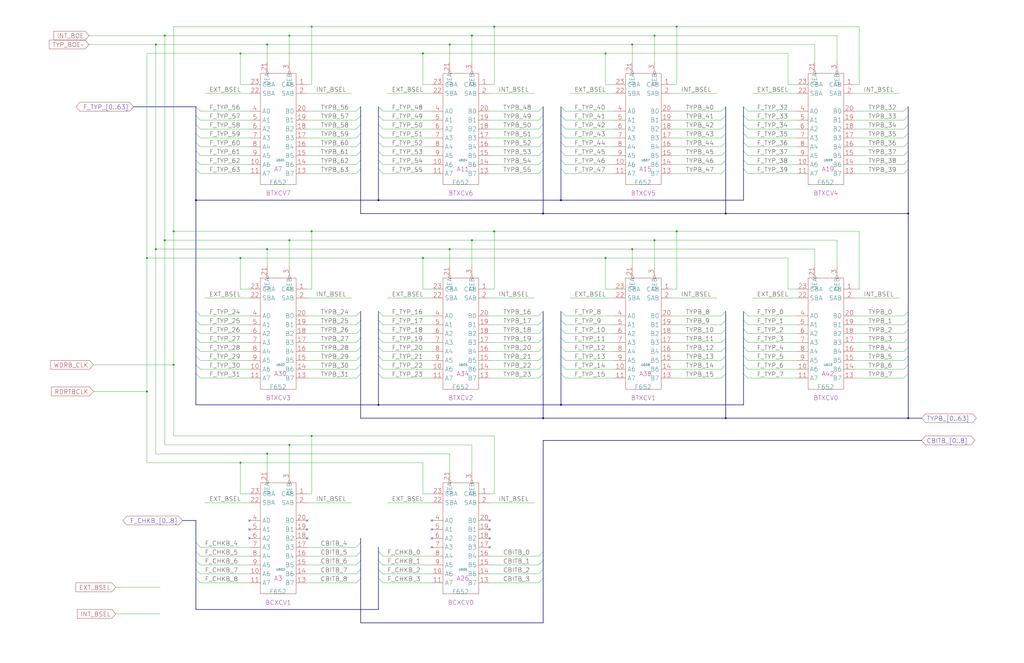
<source format=kicad_sch>
(kicad_sch (version 20250114) (generator "eeschema") (generator_version "9.0")
  (paper "User" 584.2 378.46)
  (title_block (title "BXCVR\\nTYPE AND CHECKBITS") (date "08-MAR-90") (rev "0.0") (comment 1 "MEM32 BOARD") (comment 2 "232-003066") (comment 3 "S400") (comment 4 "RELEASED"))
  (junction (at 360.68 25.4))
  (junction (at 83.82 223.52))
  (junction (at 345.44 30.48))
  (junction (at 256.54 142.24))
  (junction (at 518.16 121.92))
  (junction (at 373.38 20.32))
  (junction (at 152.4 142.24))
  (junction (at 137.16 30.48))
  (junction (at 241.3 30.48))
  (junction (at 256.54 25.4))
  (junction (at 320.04 114.3))
  (junction (at 269.24 20.32))
  (junction (at 165.1 254))
  (junction (at 137.16 264.16))
  (junction (at 177.8 132.08))
  (junction (at 165.1 137.16))
  (junction (at 152.4 259.08))
  (junction (at 373.38 137.16))
  (junction (at 320.04 231.14))
  (junction (at 93.98 137.16))
  (junction (at 345.44 147.32))
  (junction (at 99.06 132.08))
  (junction (at 241.3 147.32))
  (junction (at 152.4 25.4))
  (junction (at 386.08 132.08))
  (junction (at 281.94 132.08))
  (junction (at 309.88 238.76))
  (junction (at 93.98 20.32))
  (junction (at 518.16 238.76))
  (junction (at 281.94 15.24))
  (junction (at 386.08 15.24))
  (junction (at 88.9 142.24))
  (junction (at 309.88 121.92))
  (junction (at 165.1 20.32))
  (junction (at 88.9 25.4))
  (junction (at 215.9 231.14))
  (junction (at 177.8 248.92))
  (junction (at 137.16 147.32))
  (junction (at 360.68 142.24))
  (junction (at 99.06 208.28))
  (junction (at 414.02 238.76))
  (junction (at 269.24 137.16))
  (junction (at 177.8 15.24))
  (junction (at 83.82 147.32))
  (junction (at 111.76 114.3))
  (junction (at 414.02 121.92))
  (junction (at 215.9 114.3))
  (no_connect (at 142.24 297.18))
  (no_connect (at 246.38 302.26))
  (no_connect (at 142.24 307.34))
  (no_connect (at 279.4 307.34))
  (no_connect (at 246.38 297.18))
  (no_connect (at 279.4 297.18))
  (no_connect (at 175.26 297.18))
  (no_connect (at 246.38 307.34))
  (no_connect (at 279.4 312.42))
  (no_connect (at 175.26 307.34))
  (no_connect (at 246.38 312.42))
  (no_connect (at 175.26 302.26))
  (no_connect (at 142.24 302.26))
  (no_connect (at 279.4 302.26))
  (bus_entry (at 215.9 314.96) (size 2.54 2.54))
  (bus_entry (at 320.04 81.28) (size 2.54 2.54))
  (bus_entry (at 518.16 177.8) (size -2.54 2.54))
  (bus_entry (at 309.88 66.04) (size -2.54 2.54))
  (bus_entry (at 414.02 177.8) (size -2.54 2.54))
  (bus_entry (at 424.18 86.36) (size 2.54 2.54))
  (bus_entry (at 518.16 182.88) (size -2.54 2.54))
  (bus_entry (at 215.9 213.36) (size 2.54 2.54))
  (bus_entry (at 309.88 86.36) (size -2.54 2.54))
  (bus_entry (at 320.04 198.12) (size 2.54 2.54))
  (bus_entry (at 215.9 320.04) (size 2.54 2.54))
  (bus_entry (at 215.9 182.88) (size 2.54 2.54))
  (bus_entry (at 320.04 96.52) (size 2.54 2.54))
  (bus_entry (at 111.76 314.96) (size 2.54 2.54))
  (bus_entry (at 309.88 198.12) (size -2.54 2.54))
  (bus_entry (at 309.88 187.96) (size -2.54 2.54))
  (bus_entry (at 320.04 208.28) (size 2.54 2.54))
  (bus_entry (at 320.04 66.04) (size 2.54 2.54))
  (bus_entry (at 215.9 330.2) (size 2.54 2.54))
  (bus_entry (at 518.16 198.12) (size -2.54 2.54))
  (bus_entry (at 518.16 81.28) (size -2.54 2.54))
  (bus_entry (at 215.9 81.28) (size 2.54 2.54))
  (bus_entry (at 424.18 187.96) (size 2.54 2.54))
  (bus_entry (at 424.18 198.12) (size 2.54 2.54))
  (bus_entry (at 205.74 71.12) (size -2.54 2.54))
  (bus_entry (at 414.02 91.44) (size -2.54 2.54))
  (bus_entry (at 111.76 325.12) (size 2.54 2.54))
  (bus_entry (at 205.74 76.2) (size -2.54 2.54))
  (bus_entry (at 215.9 96.52) (size 2.54 2.54))
  (bus_entry (at 309.88 320.04) (size -2.54 2.54))
  (bus_entry (at 414.02 187.96) (size -2.54 2.54))
  (bus_entry (at 205.74 208.28) (size -2.54 2.54))
  (bus_entry (at 424.18 96.52) (size 2.54 2.54))
  (bus_entry (at 320.04 203.2) (size 2.54 2.54))
  (bus_entry (at 424.18 66.04) (size 2.54 2.54))
  (bus_entry (at 424.18 193.04) (size 2.54 2.54))
  (bus_entry (at 111.76 177.8) (size 2.54 2.54))
  (bus_entry (at 111.76 187.96) (size 2.54 2.54))
  (bus_entry (at 205.74 330.2) (size -2.54 2.54))
  (bus_entry (at 424.18 91.44) (size 2.54 2.54))
  (bus_entry (at 111.76 76.2) (size 2.54 2.54))
  (bus_entry (at 309.88 177.8) (size -2.54 2.54))
  (bus_entry (at 309.88 213.36) (size -2.54 2.54))
  (bus_entry (at 518.16 76.2) (size -2.54 2.54))
  (bus_entry (at 518.16 66.04) (size -2.54 2.54))
  (bus_entry (at 309.88 314.96) (size -2.54 2.54))
  (bus_entry (at 309.88 325.12) (size -2.54 2.54))
  (bus_entry (at 215.9 193.04) (size 2.54 2.54))
  (bus_entry (at 111.76 91.44) (size 2.54 2.54))
  (bus_entry (at 205.74 213.36) (size -2.54 2.54))
  (bus_entry (at 518.16 86.36) (size -2.54 2.54))
  (bus_entry (at 518.16 203.2) (size -2.54 2.54))
  (bus_entry (at 111.76 330.2) (size 2.54 2.54))
  (bus_entry (at 111.76 81.28) (size 2.54 2.54))
  (bus_entry (at 424.18 71.12) (size 2.54 2.54))
  (bus_entry (at 518.16 91.44) (size -2.54 2.54))
  (bus_entry (at 424.18 208.28) (size 2.54 2.54))
  (bus_entry (at 414.02 71.12) (size -2.54 2.54))
  (bus_entry (at 414.02 96.52) (size -2.54 2.54))
  (bus_entry (at 205.74 198.12) (size -2.54 2.54))
  (bus_entry (at 205.74 177.8) (size -2.54 2.54))
  (bus_entry (at 320.04 182.88) (size 2.54 2.54))
  (bus_entry (at 309.88 91.44) (size -2.54 2.54))
  (bus_entry (at 111.76 193.04) (size 2.54 2.54))
  (bus_entry (at 414.02 66.04) (size -2.54 2.54))
  (bus_entry (at 111.76 208.28) (size 2.54 2.54))
  (bus_entry (at 205.74 81.28) (size -2.54 2.54))
  (bus_entry (at 215.9 203.2) (size 2.54 2.54))
  (bus_entry (at 518.16 60.96) (size -2.54 2.54))
  (bus_entry (at 205.74 203.2) (size -2.54 2.54))
  (bus_entry (at 309.88 182.88) (size -2.54 2.54))
  (bus_entry (at 215.9 187.96) (size 2.54 2.54))
  (bus_entry (at 111.76 309.88) (size 2.54 2.54))
  (bus_entry (at 424.18 177.8) (size 2.54 2.54))
  (bus_entry (at 215.9 66.04) (size 2.54 2.54))
  (bus_entry (at 309.88 208.28) (size -2.54 2.54))
  (bus_entry (at 518.16 71.12) (size -2.54 2.54))
  (bus_entry (at 320.04 76.2) (size 2.54 2.54))
  (bus_entry (at 424.18 60.96) (size 2.54 2.54))
  (bus_entry (at 205.74 320.04) (size -2.54 2.54))
  (bus_entry (at 424.18 76.2) (size 2.54 2.54))
  (bus_entry (at 215.9 71.12) (size 2.54 2.54))
  (bus_entry (at 205.74 187.96) (size -2.54 2.54))
  (bus_entry (at 320.04 187.96) (size 2.54 2.54))
  (bus_entry (at 320.04 86.36) (size 2.54 2.54))
  (bus_entry (at 309.88 96.52) (size -2.54 2.54))
  (bus_entry (at 205.74 193.04) (size -2.54 2.54))
  (bus_entry (at 111.76 182.88) (size 2.54 2.54))
  (bus_entry (at 205.74 325.12) (size -2.54 2.54))
  (bus_entry (at 111.76 320.04) (size 2.54 2.54))
  (bus_entry (at 111.76 213.36) (size 2.54 2.54))
  (bus_entry (at 424.18 203.2) (size 2.54 2.54))
  (bus_entry (at 518.16 187.96) (size -2.54 2.54))
  (bus_entry (at 205.74 60.96) (size -2.54 2.54))
  (bus_entry (at 414.02 182.88) (size -2.54 2.54))
  (bus_entry (at 414.02 81.28) (size -2.54 2.54))
  (bus_entry (at 320.04 193.04) (size 2.54 2.54))
  (bus_entry (at 309.88 60.96) (size -2.54 2.54))
  (bus_entry (at 309.88 76.2) (size -2.54 2.54))
  (bus_entry (at 414.02 208.28) (size -2.54 2.54))
  (bus_entry (at 111.76 86.36) (size 2.54 2.54))
  (bus_entry (at 111.76 198.12) (size 2.54 2.54))
  (bus_entry (at 215.9 76.2) (size 2.54 2.54))
  (bus_entry (at 414.02 76.2) (size -2.54 2.54))
  (bus_entry (at 205.74 91.44) (size -2.54 2.54))
  (bus_entry (at 424.18 213.36) (size 2.54 2.54))
  (bus_entry (at 414.02 198.12) (size -2.54 2.54))
  (bus_entry (at 518.16 193.04) (size -2.54 2.54))
  (bus_entry (at 111.76 60.96) (size 2.54 2.54))
  (bus_entry (at 320.04 213.36) (size 2.54 2.54))
  (bus_entry (at 215.9 198.12) (size 2.54 2.54))
  (bus_entry (at 205.74 86.36) (size -2.54 2.54))
  (bus_entry (at 309.88 330.2) (size -2.54 2.54))
  (bus_entry (at 205.74 96.52) (size -2.54 2.54))
  (bus_entry (at 309.88 193.04) (size -2.54 2.54))
  (bus_entry (at 215.9 325.12) (size 2.54 2.54))
  (bus_entry (at 320.04 71.12) (size 2.54 2.54))
  (bus_entry (at 414.02 60.96) (size -2.54 2.54))
  (bus_entry (at 309.88 71.12) (size -2.54 2.54))
  (bus_entry (at 414.02 203.2) (size -2.54 2.54))
  (bus_entry (at 205.74 182.88) (size -2.54 2.54))
  (bus_entry (at 111.76 71.12) (size 2.54 2.54))
  (bus_entry (at 309.88 203.2) (size -2.54 2.54))
  (bus_entry (at 424.18 81.28) (size 2.54 2.54))
  (bus_entry (at 518.16 213.36) (size -2.54 2.54))
  (bus_entry (at 111.76 96.52) (size 2.54 2.54))
  (bus_entry (at 111.76 203.2) (size 2.54 2.54))
  (bus_entry (at 215.9 60.96) (size 2.54 2.54))
  (bus_entry (at 320.04 91.44) (size 2.54 2.54))
  (bus_entry (at 205.74 314.96) (size -2.54 2.54))
  (bus_entry (at 320.04 60.96) (size 2.54 2.54))
  (bus_entry (at 414.02 213.36) (size -2.54 2.54))
  (bus_entry (at 205.74 66.04) (size -2.54 2.54))
  (bus_entry (at 320.04 177.8) (size 2.54 2.54))
  (bus_entry (at 414.02 193.04) (size -2.54 2.54))
  (bus_entry (at 215.9 86.36) (size 2.54 2.54))
  (bus_entry (at 215.9 208.28) (size 2.54 2.54))
  (bus_entry (at 309.88 81.28) (size -2.54 2.54))
  (bus_entry (at 205.74 309.88) (size -2.54 2.54))
  (bus_entry (at 215.9 91.44) (size 2.54 2.54))
  (bus_entry (at 518.16 208.28) (size -2.54 2.54))
  (bus_entry (at 215.9 177.8) (size 2.54 2.54))
  (bus_entry (at 414.02 86.36) (size -2.54 2.54))
  (bus_entry (at 424.18 182.88) (size 2.54 2.54))
  (bus_entry (at 518.16 96.52) (size -2.54 2.54))
  (bus_entry (at 111.76 66.04) (size 2.54 2.54))
  (wire (pts (xy 383.54 93.98) (xy 411.48 93.98)))
  (bus (pts (xy 320.04 96.52) (xy 320.04 114.3)))
  (wire (pts (xy 454.66 165.1) (xy 449.58 165.1)))
  (bus (pts (xy 320.04 231.14) (xy 424.18 231.14)))
  (wire (pts (xy 383.54 53.34) (xy 408.94 53.34)))
  (bus (pts (xy 205.74 314.96) (xy 205.74 320.04)))
  (bus (pts (xy 320.04 208.28) (xy 320.04 213.36)))
  (bus (pts (xy 111.76 81.28) (xy 111.76 86.36)))
  (bus (pts (xy 309.88 325.12) (xy 309.88 330.2)))
  (wire (pts (xy 114.3 200.66) (xy 142.24 200.66)))
  (bus (pts (xy 309.88 238.76) (xy 414.02 238.76)))
  (wire (pts (xy 487.68 165.1) (xy 490.22 165.1)))
  (bus (pts (xy 111.76 71.12) (xy 111.76 76.2)))
  (wire (pts (xy 137.16 30.48) (xy 83.82 30.48)))
  (bus (pts (xy 111.76 60.96) (xy 111.76 66.04)))
  (bus (pts (xy 309.88 251.46) (xy 309.88 314.96)))
  (bus (pts (xy 111.76 193.04) (xy 111.76 198.12)))
  (bus (pts (xy 424.18 76.2) (xy 424.18 81.28)))
  (wire (pts (xy 279.4 281.94) (xy 281.94 281.94)))
  (wire (pts (xy 114.3 327.66) (xy 142.24 327.66)))
  (bus (pts (xy 424.18 71.12) (xy 424.18 76.2)))
  (bus (pts (xy 518.16 86.36) (xy 518.16 91.44)))
  (wire (pts (xy 256.54 25.4) (xy 360.68 25.4)))
  (wire (pts (xy 360.68 142.24) (xy 464.82 142.24)))
  (wire (pts (xy 218.44 78.74) (xy 246.38 78.74)))
  (wire (pts (xy 99.06 208.28) (xy 99.06 132.08)))
  (wire (pts (xy 152.4 25.4) (xy 152.4 35.56)))
  (wire (pts (xy 383.54 99.06) (xy 411.48 99.06)))
  (bus (pts (xy 414.02 81.28) (xy 414.02 86.36)))
  (wire (pts (xy 114.3 180.34) (xy 142.24 180.34)))
  (wire (pts (xy 114.3 78.74) (xy 142.24 78.74)))
  (bus (pts (xy 111.76 187.96) (xy 111.76 193.04)))
  (bus (pts (xy 320.04 71.12) (xy 320.04 76.2)))
  (bus (pts (xy 215.9 71.12) (xy 215.9 76.2)))
  (wire (pts (xy 99.06 248.92) (xy 99.06 208.28)))
  (bus (pts (xy 111.76 213.36) (xy 111.76 231.14)))
  (bus (pts (xy 414.02 208.28) (xy 414.02 213.36)))
  (wire (pts (xy 426.72 185.42) (xy 454.66 185.42)))
  (wire (pts (xy 449.58 30.48) (xy 345.44 30.48)))
  (bus (pts (xy 424.18 193.04) (xy 424.18 198.12)))
  (wire (pts (xy 426.72 180.34) (xy 454.66 180.34)))
  (wire (pts (xy 256.54 142.24) (xy 256.54 152.4)))
  (wire (pts (xy 487.68 48.26) (xy 490.22 48.26)))
  (wire (pts (xy 383.54 205.74) (xy 411.48 205.74)))
  (wire (pts (xy 487.68 180.34) (xy 515.62 180.34)))
  (wire (pts (xy 93.98 137.16) (xy 93.98 254)))
  (bus (pts (xy 111.76 320.04) (xy 111.76 325.12)))
  (bus (pts (xy 414.02 177.8) (xy 414.02 182.88)))
  (wire (pts (xy 175.26 205.74) (xy 203.2 205.74)))
  (wire (pts (xy 487.68 215.9) (xy 515.62 215.9)))
  (wire (pts (xy 220.98 170.18) (xy 246.38 170.18)))
  (bus (pts (xy 215.9 198.12) (xy 215.9 203.2)))
  (bus (pts (xy 424.18 198.12) (xy 424.18 203.2)))
  (wire (pts (xy 487.68 195.58) (xy 515.62 195.58)))
  (bus (pts (xy 320.04 187.96) (xy 320.04 193.04)))
  (bus (pts (xy 205.74 208.28) (xy 205.74 213.36)))
  (wire (pts (xy 246.38 165.1) (xy 241.3 165.1)))
  (bus (pts (xy 111.76 309.88) (xy 111.76 314.96)))
  (wire (pts (xy 279.4 317.5) (xy 307.34 317.5)))
  (wire (pts (xy 218.44 190.5) (xy 246.38 190.5)))
  (wire (pts (xy 137.16 147.32) (xy 137.16 165.1)))
  (wire (pts (xy 114.3 215.9) (xy 142.24 215.9)))
  (bus (pts (xy 424.18 91.44) (xy 424.18 96.52)))
  (wire (pts (xy 322.58 63.5) (xy 350.52 63.5)))
  (wire (pts (xy 487.68 53.34) (xy 513.08 53.34)))
  (bus (pts (xy 424.18 213.36) (xy 424.18 231.14)))
  (wire (pts (xy 426.72 73.66) (xy 454.66 73.66)))
  (bus (pts (xy 320.04 193.04) (xy 320.04 198.12)))
  (wire (pts (xy 383.54 200.66) (xy 411.48 200.66)))
  (wire (pts (xy 279.4 53.34) (xy 304.8 53.34)))
  (wire (pts (xy 218.44 185.42) (xy 246.38 185.42)))
  (wire (pts (xy 88.9 259.08) (xy 88.9 142.24)))
  (wire (pts (xy 114.3 185.42) (xy 142.24 185.42)))
  (bus (pts (xy 309.88 76.2) (xy 309.88 81.28)))
  (bus (pts (xy 424.18 203.2) (xy 424.18 208.28)))
  (bus (pts (xy 518.16 187.96) (xy 518.16 193.04)))
  (wire (pts (xy 383.54 185.42) (xy 411.48 185.42)))
  (wire (pts (xy 360.68 25.4) (xy 360.68 35.56)))
  (wire (pts (xy 152.4 142.24) (xy 256.54 142.24)))
  (wire (pts (xy 487.68 78.74) (xy 515.62 78.74)))
  (bus (pts (xy 111.76 330.2) (xy 111.76 347.98)))
  (wire (pts (xy 50.8 25.4) (xy 88.9 25.4)))
  (wire (pts (xy 373.38 137.16) (xy 373.38 152.4)))
  (wire (pts (xy 177.8 248.92) (xy 177.8 281.94)))
  (bus (pts (xy 309.88 182.88) (xy 309.88 187.96)))
  (wire (pts (xy 114.3 68.58) (xy 142.24 68.58)))
  (wire (pts (xy 83.82 30.48) (xy 83.82 147.32)))
  (bus (pts (xy 414.02 198.12) (xy 414.02 203.2)))
  (wire (pts (xy 114.3 83.82) (xy 142.24 83.82)))
  (bus (pts (xy 205.74 81.28) (xy 205.74 86.36)))
  (bus (pts (xy 414.02 187.96) (xy 414.02 193.04)))
  (bus (pts (xy 205.74 198.12) (xy 205.74 203.2)))
  (bus (pts (xy 309.88 86.36) (xy 309.88 91.44)))
  (bus (pts (xy 424.18 86.36) (xy 424.18 91.44)))
  (wire (pts (xy 83.82 223.52) (xy 83.82 264.16)))
  (bus (pts (xy 424.18 177.8) (xy 424.18 182.88)))
  (bus (pts (xy 518.16 203.2) (xy 518.16 208.28)))
  (wire (pts (xy 165.1 20.32) (xy 93.98 20.32)))
  (bus (pts (xy 205.74 355.6) (xy 309.88 355.6)))
  (wire (pts (xy 218.44 99.06) (xy 246.38 99.06)))
  (wire (pts (xy 279.4 88.9) (xy 307.34 88.9)))
  (bus (pts (xy 320.04 66.04) (xy 320.04 71.12)))
  (wire (pts (xy 383.54 170.18) (xy 408.94 170.18)))
  (wire (pts (xy 114.3 317.5) (xy 142.24 317.5)))
  (wire (pts (xy 218.44 180.34) (xy 246.38 180.34)))
  (wire (pts (xy 241.3 264.16) (xy 241.3 281.94)))
  (bus (pts (xy 205.74 187.96) (xy 205.74 193.04)))
  (wire (pts (xy 114.3 195.58) (xy 142.24 195.58)))
  (bus (pts (xy 215.9 330.2) (xy 215.9 347.98)))
  (wire (pts (xy 322.58 210.82) (xy 350.52 210.82)))
  (wire (pts (xy 279.4 332.74) (xy 307.34 332.74)))
  (wire (pts (xy 350.52 165.1) (xy 345.44 165.1)))
  (bus (pts (xy 215.9 114.3) (xy 320.04 114.3)))
  (wire (pts (xy 218.44 317.5) (xy 246.38 317.5)))
  (wire (pts (xy 93.98 254) (xy 165.1 254)))
  (bus (pts (xy 205.74 121.92) (xy 309.88 121.92)))
  (wire (pts (xy 279.4 205.74) (xy 307.34 205.74)))
  (bus (pts (xy 320.04 91.44) (xy 320.04 96.52)))
  (wire (pts (xy 322.58 180.34) (xy 350.52 180.34)))
  (wire (pts (xy 269.24 20.32) (xy 165.1 20.32)))
  (wire (pts (xy 114.3 73.66) (xy 142.24 73.66)))
  (bus (pts (xy 309.88 96.52) (xy 309.88 121.92)))
  (wire (pts (xy 99.06 132.08) (xy 99.06 15.24)))
  (wire (pts (xy 487.68 83.82) (xy 515.62 83.82)))
  (wire (pts (xy 279.4 195.58) (xy 307.34 195.58)))
  (bus (pts (xy 205.74 86.36) (xy 205.74 91.44)))
  (wire (pts (xy 487.68 200.66) (xy 515.62 200.66)))
  (wire (pts (xy 426.72 200.66) (xy 454.66 200.66)))
  (bus (pts (xy 215.9 182.88) (xy 215.9 187.96)))
  (wire (pts (xy 386.08 15.24) (xy 386.08 48.26)))
  (bus (pts (xy 215.9 91.44) (xy 215.9 96.52)))
  (wire (pts (xy 383.54 63.5) (xy 411.48 63.5)))
  (wire (pts (xy 116.84 170.18) (xy 142.24 170.18)))
  (wire (pts (xy 218.44 332.74) (xy 246.38 332.74)))
  (bus (pts (xy 215.9 60.96) (xy 215.9 66.04)))
  (wire (pts (xy 281.94 15.24) (xy 386.08 15.24)))
  (wire (pts (xy 175.26 63.5) (xy 203.2 63.5)))
  (wire (pts (xy 165.1 20.32) (xy 165.1 35.56)))
  (bus (pts (xy 205.74 177.8) (xy 205.74 182.88)))
  (wire (pts (xy 175.26 165.1) (xy 177.8 165.1)))
  (wire (pts (xy 279.4 200.66) (xy 307.34 200.66)))
  (bus (pts (xy 414.02 71.12) (xy 414.02 76.2)))
  (wire (pts (xy 426.72 215.9) (xy 454.66 215.9)))
  (wire (pts (xy 279.4 63.5) (xy 307.34 63.5)))
  (wire (pts (xy 279.4 78.74) (xy 307.34 78.74)))
  (wire (pts (xy 93.98 137.16) (xy 165.1 137.16)))
  (wire (pts (xy 220.98 53.34) (xy 246.38 53.34)))
  (bus (pts (xy 111.76 182.88) (xy 111.76 187.96)))
  (wire (pts (xy 175.26 200.66) (xy 203.2 200.66)))
  (bus (pts (xy 215.9 325.12) (xy 215.9 330.2)))
  (wire (pts (xy 279.4 68.58) (xy 307.34 68.58)))
  (bus (pts (xy 111.76 66.04) (xy 111.76 71.12)))
  (bus (pts (xy 111.76 86.36) (xy 111.76 91.44)))
  (wire (pts (xy 383.54 165.1) (xy 386.08 165.1)))
  (bus (pts (xy 518.16 76.2) (xy 518.16 81.28)))
  (bus (pts (xy 205.74 325.12) (xy 205.74 330.2)))
  (wire (pts (xy 114.3 63.5) (xy 142.24 63.5)))
  (wire (pts (xy 165.1 137.16) (xy 269.24 137.16)))
  (wire (pts (xy 88.9 142.24) (xy 88.9 25.4)))
  (wire (pts (xy 279.4 165.1) (xy 281.94 165.1)))
  (bus (pts (xy 518.16 60.96) (xy 518.16 66.04)))
  (wire (pts (xy 383.54 195.58) (xy 411.48 195.58)))
  (wire (pts (xy 383.54 180.34) (xy 411.48 180.34)))
  (wire (pts (xy 269.24 254) (xy 269.24 269.24)))
  (wire (pts (xy 218.44 93.98) (xy 246.38 93.98)))
  (wire (pts (xy 114.3 99.06) (xy 142.24 99.06)))
  (wire (pts (xy 487.68 73.66) (xy 515.62 73.66)))
  (bus (pts (xy 424.18 96.52) (xy 424.18 114.3)))
  (bus (pts (xy 215.9 96.52) (xy 215.9 114.3)))
  (bus (pts (xy 111.76 297.18) (xy 111.76 309.88)))
  (wire (pts (xy 383.54 88.9) (xy 411.48 88.9)))
  (wire (pts (xy 175.26 185.42) (xy 203.2 185.42)))
  (wire (pts (xy 464.82 25.4) (xy 464.82 35.56)))
  (bus (pts (xy 215.9 203.2) (xy 215.9 208.28)))
  (bus (pts (xy 414.02 86.36) (xy 414.02 91.44)))
  (bus (pts (xy 320.04 60.96) (xy 320.04 66.04)))
  (bus (pts (xy 424.18 182.88) (xy 424.18 187.96)))
  (wire (pts (xy 383.54 68.58) (xy 411.48 68.58)))
  (wire (pts (xy 175.26 99.06) (xy 203.2 99.06)))
  (wire (pts (xy 487.68 205.74) (xy 515.62 205.74)))
  (wire (pts (xy 175.26 190.5) (xy 203.2 190.5)))
  (wire (pts (xy 373.38 20.32) (xy 373.38 35.56)))
  (wire (pts (xy 218.44 88.9) (xy 246.38 88.9)))
  (wire (pts (xy 175.26 327.66) (xy 203.2 327.66)))
  (wire (pts (xy 279.4 215.9) (xy 307.34 215.9)))
  (wire (pts (xy 218.44 205.74) (xy 246.38 205.74)))
  (bus (pts (xy 76.2 60.96) (xy 111.76 60.96)))
  (wire (pts (xy 66.04 350.52) (xy 91.44 350.52)))
  (wire (pts (xy 256.54 259.08) (xy 152.4 259.08)))
  (bus (pts (xy 104.14 297.18) (xy 111.76 297.18)))
  (wire (pts (xy 322.58 93.98) (xy 350.52 93.98)))
  (bus (pts (xy 414.02 193.04) (xy 414.02 198.12)))
  (wire (pts (xy 279.4 93.98) (xy 307.34 93.98)))
  (wire (pts (xy 53.34 223.52) (xy 83.82 223.52)))
  (wire (pts (xy 487.68 99.06) (xy 515.62 99.06)))
  (wire (pts (xy 487.68 210.82) (xy 515.62 210.82)))
  (bus (pts (xy 414.02 96.52) (xy 414.02 121.92)))
  (wire (pts (xy 373.38 20.32) (xy 269.24 20.32)))
  (bus (pts (xy 215.9 231.14) (xy 320.04 231.14)))
  (bus (pts (xy 309.88 198.12) (xy 309.88 203.2)))
  (wire (pts (xy 345.44 147.32) (xy 345.44 165.1)))
  (wire (pts (xy 218.44 322.58) (xy 246.38 322.58)))
  (bus (pts (xy 414.02 238.76) (xy 518.16 238.76)))
  (bus (pts (xy 215.9 187.96) (xy 215.9 193.04)))
  (wire (pts (xy 322.58 185.42) (xy 350.52 185.42)))
  (wire (pts (xy 279.4 99.06) (xy 307.34 99.06)))
  (bus (pts (xy 205.74 320.04) (xy 205.74 325.12)))
  (wire (pts (xy 383.54 83.82) (xy 411.48 83.82)))
  (wire (pts (xy 426.72 93.98) (xy 454.66 93.98)))
  (wire (pts (xy 256.54 25.4) (xy 256.54 35.56)))
  (wire (pts (xy 83.82 264.16) (xy 137.16 264.16)))
  (wire (pts (xy 142.24 165.1) (xy 137.16 165.1)))
  (wire (pts (xy 114.3 210.82) (xy 142.24 210.82)))
  (bus (pts (xy 205.74 182.88) (xy 205.74 187.96)))
  (wire (pts (xy 246.38 48.26) (xy 241.3 48.26)))
  (bus (pts (xy 518.16 121.92) (xy 518.16 177.8)))
  (wire (pts (xy 325.12 170.18) (xy 350.52 170.18)))
  (wire (pts (xy 269.24 137.16) (xy 269.24 152.4)))
  (bus (pts (xy 309.88 314.96) (xy 309.88 320.04)))
  (wire (pts (xy 175.26 287.02) (xy 200.66 287.02)))
  (wire (pts (xy 487.68 190.5) (xy 515.62 190.5)))
  (wire (pts (xy 426.72 63.5) (xy 454.66 63.5)))
  (wire (pts (xy 152.4 25.4) (xy 256.54 25.4)))
  (wire (pts (xy 322.58 200.66) (xy 350.52 200.66)))
  (bus (pts (xy 518.16 213.36) (xy 518.16 238.76)))
  (wire (pts (xy 218.44 83.82) (xy 246.38 83.82)))
  (wire (pts (xy 137.16 30.48) (xy 137.16 48.26)))
  (bus (pts (xy 205.74 309.88) (xy 205.74 314.96)))
  (wire (pts (xy 360.68 25.4) (xy 464.82 25.4)))
  (wire (pts (xy 83.82 147.32) (xy 137.16 147.32)))
  (bus (pts (xy 111.76 203.2) (xy 111.76 208.28)))
  (wire (pts (xy 246.38 281.94) (xy 241.3 281.94)))
  (wire (pts (xy 360.68 142.24) (xy 360.68 152.4)))
  (wire (pts (xy 281.94 15.24) (xy 281.94 48.26)))
  (wire (pts (xy 269.24 137.16) (xy 373.38 137.16)))
  (bus (pts (xy 518.16 182.88) (xy 518.16 187.96)))
  (wire (pts (xy 429.26 53.34) (xy 454.66 53.34)))
  (wire (pts (xy 241.3 30.48) (xy 241.3 48.26)))
  (wire (pts (xy 165.1 254) (xy 165.1 269.24)))
  (wire (pts (xy 426.72 99.06) (xy 454.66 99.06)))
  (bus (pts (xy 518.16 71.12) (xy 518.16 76.2)))
  (bus (pts (xy 111.76 231.14) (xy 215.9 231.14)))
  (bus (pts (xy 414.02 66.04) (xy 414.02 71.12)))
  (wire (pts (xy 175.26 332.74) (xy 203.2 332.74)))
  (wire (pts (xy 322.58 205.74) (xy 350.52 205.74)))
  (wire (pts (xy 116.84 53.34) (xy 142.24 53.34)))
  (bus (pts (xy 309.88 71.12) (xy 309.88 76.2)))
  (wire (pts (xy 175.26 312.42) (xy 203.2 312.42)))
  (wire (pts (xy 322.58 73.66) (xy 350.52 73.66)))
  (wire (pts (xy 383.54 73.66) (xy 411.48 73.66)))
  (wire (pts (xy 426.72 195.58) (xy 454.66 195.58)))
  (wire (pts (xy 177.8 132.08) (xy 177.8 165.1)))
  (bus (pts (xy 111.76 76.2) (xy 111.76 81.28)))
  (wire (pts (xy 426.72 68.58) (xy 454.66 68.58)))
  (wire (pts (xy 218.44 200.66) (xy 246.38 200.66)))
  (bus (pts (xy 518.16 66.04) (xy 518.16 71.12)))
  (wire (pts (xy 279.4 185.42) (xy 307.34 185.42)))
  (wire (pts (xy 88.9 25.4) (xy 152.4 25.4)))
  (wire (pts (xy 383.54 210.82) (xy 411.48 210.82)))
  (bus (pts (xy 111.76 91.44) (xy 111.76 96.52)))
  (wire (pts (xy 175.26 83.82) (xy 203.2 83.82)))
  (bus (pts (xy 205.74 66.04) (xy 205.74 71.12)))
  (bus (pts (xy 320.04 203.2) (xy 320.04 208.28)))
  (wire (pts (xy 177.8 132.08) (xy 281.94 132.08)))
  (wire (pts (xy 137.16 264.16) (xy 137.16 281.94)))
  (wire (pts (xy 386.08 132.08) (xy 490.22 132.08)))
  (wire (pts (xy 66.04 335.28) (xy 91.44 335.28)))
  (wire (pts (xy 345.44 147.32) (xy 449.58 147.32)))
  (wire (pts (xy 281.94 132.08) (xy 281.94 165.1)))
  (wire (pts (xy 175.26 322.58) (xy 203.2 322.58)))
  (wire (pts (xy 477.52 20.32) (xy 477.52 35.56)))
  (wire (pts (xy 218.44 73.66) (xy 246.38 73.66)))
  (bus (pts (xy 518.16 91.44) (xy 518.16 96.52)))
  (wire (pts (xy 175.26 281.94) (xy 177.8 281.94)))
  (wire (pts (xy 142.24 48.26) (xy 137.16 48.26)))
  (bus (pts (xy 320.04 177.8) (xy 320.04 182.88)))
  (wire (pts (xy 487.68 170.18) (xy 513.08 170.18)))
  (bus (pts (xy 111.76 96.52) (xy 111.76 114.3)))
  (bus (pts (xy 518.16 198.12) (xy 518.16 203.2)))
  (wire (pts (xy 218.44 63.5) (xy 246.38 63.5)))
  (bus (pts (xy 309.88 203.2) (xy 309.88 208.28)))
  (wire (pts (xy 279.4 73.66) (xy 307.34 73.66)))
  (bus (pts (xy 320.04 81.28) (xy 320.04 86.36)))
  (wire (pts (xy 350.52 48.26) (xy 345.44 48.26)))
  (wire (pts (xy 345.44 30.48) (xy 241.3 30.48)))
  (wire (pts (xy 281.94 248.92) (xy 177.8 248.92)))
  (wire (pts (xy 386.08 15.24) (xy 490.22 15.24)))
  (bus (pts (xy 424.18 187.96) (xy 424.18 193.04)))
  (wire (pts (xy 279.4 83.82) (xy 307.34 83.82)))
  (wire (pts (xy 279.4 190.5) (xy 307.34 190.5)))
  (wire (pts (xy 279.4 287.02) (xy 304.8 287.02)))
  (bus (pts (xy 215.9 76.2) (xy 215.9 81.28)))
  (bus (pts (xy 205.74 76.2) (xy 205.74 81.28)))
  (wire (pts (xy 142.24 281.94) (xy 137.16 281.94)))
  (bus (pts (xy 518.16 238.76) (xy 525.78 238.76)))
  (wire (pts (xy 218.44 215.9) (xy 246.38 215.9)))
  (bus (pts (xy 320.04 198.12) (xy 320.04 203.2)))
  (wire (pts (xy 383.54 215.9) (xy 411.48 215.9)))
  (wire (pts (xy 241.3 30.48) (xy 137.16 30.48)))
  (wire (pts (xy 241.3 147.32) (xy 241.3 165.1)))
  (wire (pts (xy 454.66 48.26) (xy 449.58 48.26)))
  (bus (pts (xy 215.9 66.04) (xy 215.9 71.12)))
  (wire (pts (xy 175.26 78.74) (xy 203.2 78.74)))
  (wire (pts (xy 175.26 180.34) (xy 203.2 180.34)))
  (wire (pts (xy 279.4 322.58) (xy 307.34 322.58)))
  (bus (pts (xy 309.88 208.28) (xy 309.88 213.36)))
  (wire (pts (xy 114.3 190.5) (xy 142.24 190.5)))
  (wire (pts (xy 175.26 195.58) (xy 203.2 195.58)))
  (wire (pts (xy 464.82 142.24) (xy 464.82 152.4)))
  (wire (pts (xy 137.16 147.32) (xy 241.3 147.32)))
  (bus (pts (xy 111.76 347.98) (xy 215.9 347.98)))
  (wire (pts (xy 256.54 259.08) (xy 256.54 269.24)))
  (bus (pts (xy 414.02 76.2) (xy 414.02 81.28)))
  (bus (pts (xy 309.88 121.92) (xy 414.02 121.92)))
  (bus (pts (xy 215.9 213.36) (xy 215.9 231.14)))
  (bus (pts (xy 424.18 60.96) (xy 424.18 66.04)))
  (bus (pts (xy 309.88 320.04) (xy 309.88 325.12)))
  (bus (pts (xy 111.76 325.12) (xy 111.76 330.2)))
  (bus (pts (xy 111.76 177.8) (xy 111.76 182.88)))
  (bus (pts (xy 111.76 208.28) (xy 111.76 213.36)))
  (bus (pts (xy 205.74 91.44) (xy 205.74 96.52)))
  (wire (pts (xy 279.4 180.34) (xy 307.34 180.34)))
  (wire (pts (xy 83.82 147.32) (xy 83.82 223.52)))
  (wire (pts (xy 281.94 132.08) (xy 386.08 132.08)))
  (bus (pts (xy 320.04 76.2) (xy 320.04 81.28)))
  (bus (pts (xy 518.16 96.52) (xy 518.16 121.92)))
  (wire (pts (xy 152.4 259.08) (xy 152.4 269.24)))
  (bus (pts (xy 518.16 208.28) (xy 518.16 213.36)))
  (bus (pts (xy 320.04 86.36) (xy 320.04 91.44)))
  (wire (pts (xy 325.12 53.34) (xy 350.52 53.34)))
  (wire (pts (xy 175.26 317.5) (xy 203.2 317.5)))
  (wire (pts (xy 218.44 195.58) (xy 246.38 195.58)))
  (wire (pts (xy 218.44 68.58) (xy 246.38 68.58)))
  (wire (pts (xy 177.8 15.24) (xy 281.94 15.24)))
  (wire (pts (xy 175.26 73.66) (xy 203.2 73.66)))
  (wire (pts (xy 449.58 30.48) (xy 449.58 48.26)))
  (wire (pts (xy 322.58 99.06) (xy 350.52 99.06)))
  (wire (pts (xy 322.58 195.58) (xy 350.52 195.58)))
  (wire (pts (xy 322.58 88.9) (xy 350.52 88.9)))
  (wire (pts (xy 322.58 83.82) (xy 350.52 83.82)))
  (wire (pts (xy 322.58 68.58) (xy 350.52 68.58)))
  (wire (pts (xy 426.72 83.82) (xy 454.66 83.82)))
  (bus (pts (xy 320.04 213.36) (xy 320.04 231.14)))
  (wire (pts (xy 279.4 210.82) (xy 307.34 210.82)))
  (wire (pts (xy 220.98 287.02) (xy 246.38 287.02)))
  (bus (pts (xy 215.9 86.36) (xy 215.9 91.44)))
  (bus (pts (xy 309.88 66.04) (xy 309.88 71.12)))
  (wire (pts (xy 490.22 132.08) (xy 490.22 165.1)))
  (bus (pts (xy 205.74 193.04) (xy 205.74 198.12)))
  (wire (pts (xy 477.52 137.16) (xy 477.52 152.4)))
  (bus (pts (xy 309.88 91.44) (xy 309.88 96.52)))
  (bus (pts (xy 424.18 208.28) (xy 424.18 213.36)))
  (wire (pts (xy 114.3 88.9) (xy 142.24 88.9)))
  (wire (pts (xy 175.26 215.9) (xy 203.2 215.9)))
  (wire (pts (xy 177.8 248.92) (xy 99.06 248.92)))
  (bus (pts (xy 111.76 314.96) (xy 111.76 320.04)))
  (wire (pts (xy 114.3 332.74) (xy 142.24 332.74)))
  (wire (pts (xy 175.26 93.98) (xy 203.2 93.98)))
  (bus (pts (xy 205.74 307.34) (xy 205.74 309.88)))
  (wire (pts (xy 88.9 142.24) (xy 152.4 142.24)))
  (bus (pts (xy 205.74 203.2) (xy 205.74 208.28)))
  (wire (pts (xy 426.72 190.5) (xy 454.66 190.5)))
  (wire (pts (xy 53.34 208.28) (xy 99.06 208.28)))
  (bus (pts (xy 414.02 91.44) (xy 414.02 96.52)))
  (bus (pts (xy 518.16 81.28) (xy 518.16 86.36)))
  (wire (pts (xy 429.26 170.18) (xy 454.66 170.18)))
  (wire (pts (xy 152.4 142.24) (xy 152.4 152.4)))
  (wire (pts (xy 322.58 190.5) (xy 350.52 190.5)))
  (bus (pts (xy 205.74 238.76) (xy 309.88 238.76)))
  (bus (pts (xy 414.02 182.88) (xy 414.02 187.96)))
  (wire (pts (xy 383.54 190.5) (xy 411.48 190.5)))
  (bus (pts (xy 424.18 66.04) (xy 424.18 71.12)))
  (wire (pts (xy 116.84 287.02) (xy 142.24 287.02)))
  (wire (pts (xy 322.58 78.74) (xy 350.52 78.74)))
  (wire (pts (xy 490.22 15.24) (xy 490.22 48.26)))
  (wire (pts (xy 152.4 259.08) (xy 88.9 259.08)))
  (wire (pts (xy 177.8 15.24) (xy 177.8 48.26)))
  (bus (pts (xy 111.76 114.3) (xy 111.76 177.8)))
  (wire (pts (xy 175.26 68.58) (xy 203.2 68.58)))
  (wire (pts (xy 487.68 88.9) (xy 515.62 88.9)))
  (wire (pts (xy 114.3 312.42) (xy 142.24 312.42)))
  (bus (pts (xy 525.78 251.46) (xy 309.88 251.46)))
  (wire (pts (xy 281.94 248.92) (xy 281.94 281.94)))
  (wire (pts (xy 218.44 210.82) (xy 246.38 210.82)))
  (wire (pts (xy 487.68 93.98) (xy 515.62 93.98)))
  (wire (pts (xy 165.1 137.16) (xy 165.1 152.4)))
  (bus (pts (xy 309.88 213.36) (xy 309.88 238.76)))
  (wire (pts (xy 114.3 93.98) (xy 142.24 93.98)))
  (wire (pts (xy 175.26 210.82) (xy 203.2 210.82)))
  (bus (pts (xy 215.9 312.42) (xy 215.9 314.96)))
  (bus (pts (xy 518.16 193.04) (xy 518.16 198.12)))
  (wire (pts (xy 175.26 48.26) (xy 177.8 48.26)))
  (wire (pts (xy 256.54 142.24) (xy 360.68 142.24)))
  (wire (pts (xy 383.54 48.26) (xy 386.08 48.26)))
  (wire (pts (xy 218.44 327.66) (xy 246.38 327.66)))
  (wire (pts (xy 487.68 63.5) (xy 515.62 63.5)))
  (bus (pts (xy 205.74 96.52) (xy 205.74 121.92)))
  (wire (pts (xy 345.44 30.48) (xy 345.44 48.26)))
  (wire (pts (xy 99.06 132.08) (xy 177.8 132.08)))
  (bus (pts (xy 414.02 213.36) (xy 414.02 238.76)))
  (bus (pts (xy 205.74 71.12) (xy 205.74 76.2)))
  (bus (pts (xy 309.88 60.96) (xy 309.88 66.04)))
  (wire (pts (xy 114.3 205.74) (xy 142.24 205.74)))
  (wire (pts (xy 241.3 147.32) (xy 345.44 147.32)))
  (bus (pts (xy 111.76 114.3) (xy 215.9 114.3)))
  (wire (pts (xy 99.06 15.24) (xy 177.8 15.24)))
  (wire (pts (xy 426.72 205.74) (xy 454.66 205.74)))
  (bus (pts (xy 309.88 81.28) (xy 309.88 86.36)))
  (bus (pts (xy 205.74 60.96) (xy 205.74 66.04)))
  (wire (pts (xy 137.16 264.16) (xy 241.3 264.16)))
  (wire (pts (xy 175.26 170.18) (xy 200.66 170.18)))
  (bus (pts (xy 205.74 330.2) (xy 205.74 355.6)))
  (bus (pts (xy 215.9 320.04) (xy 215.9 325.12)))
  (wire (pts (xy 279.4 170.18) (xy 304.8 170.18)))
  (wire (pts (xy 175.26 88.9) (xy 203.2 88.9)))
  (bus (pts (xy 215.9 314.96) (xy 215.9 320.04)))
  (bus (pts (xy 215.9 81.28) (xy 215.9 86.36)))
  (wire (pts (xy 175.26 53.34) (xy 200.66 53.34)))
  (wire (pts (xy 93.98 20.32) (xy 93.98 137.16)))
  (bus (pts (xy 320.04 114.3) (xy 424.18 114.3)))
  (bus (pts (xy 205.74 213.36) (xy 205.74 238.76)))
  (wire (pts (xy 373.38 137.16) (xy 477.52 137.16)))
  (bus (pts (xy 518.16 177.8) (xy 518.16 182.88)))
  (wire (pts (xy 322.58 215.9) (xy 350.52 215.9)))
  (wire (pts (xy 426.72 78.74) (xy 454.66 78.74)))
  (wire (pts (xy 383.54 78.74) (xy 411.48 78.74)))
  (bus (pts (xy 414.02 121.92) (xy 518.16 121.92)))
  (bus (pts (xy 215.9 208.28) (xy 215.9 213.36)))
  (bus (pts (xy 309.88 187.96) (xy 309.88 193.04)))
  (bus (pts (xy 414.02 203.2) (xy 414.02 208.28)))
  (wire (pts (xy 487.68 185.42) (xy 515.62 185.42)))
  (bus (pts (xy 215.9 193.04) (xy 215.9 198.12)))
  (bus (pts (xy 320.04 182.88) (xy 320.04 187.96)))
  (wire (pts (xy 477.52 20.32) (xy 373.38 20.32)))
  (bus (pts (xy 424.18 81.28) (xy 424.18 86.36)))
  (bus (pts (xy 309.88 177.8) (xy 309.88 182.88)))
  (wire (pts (xy 269.24 20.32) (xy 269.24 35.56)))
  (wire (pts (xy 449.58 147.32) (xy 449.58 165.1)))
  (wire (pts (xy 386.08 132.08) (xy 386.08 165.1)))
  (wire (pts (xy 426.72 210.82) (xy 454.66 210.82)))
  (bus (pts (xy 215.9 177.8) (xy 215.9 182.88)))
  (wire (pts (xy 114.3 322.58) (xy 142.24 322.58)))
  (bus (pts (xy 414.02 60.96) (xy 414.02 66.04)))
  (bus (pts (xy 309.88 330.2) (xy 309.88 355.6)))
  (bus (pts (xy 309.88 193.04) (xy 309.88 198.12)))
  (wire (pts (xy 279.4 48.26) (xy 281.94 48.26)))
  (wire (pts (xy 426.72 88.9) (xy 454.66 88.9)))
  (wire (pts (xy 487.68 68.58) (xy 515.62 68.58)))
  (wire (pts (xy 279.4 327.66) (xy 307.34 327.66)))
  (wire (pts (xy 165.1 254) (xy 269.24 254)))
  (wire (pts (xy 50.8 20.32) (xy 93.98 20.32)))
  (bus (pts (xy 111.76 198.12) (xy 111.76 203.2)))
  (label "TYPB_36" (at 495.3 83.82 0) (effects (font (size 2.54 2.54))))
  (label "F_TYP_22" (at 223.52 210.82 0) (effects (font (size 2.54 2.54))))
  (label "TYPB_7" (at 495.3 215.9 0) (effects (font (size 2.54 2.54))))
  (label "INT_BSEL" (at 180.34 53.34 0) (effects (font (size 2.54 2.54))))
  (label "TYPB_41" (at 391.16 68.58 0) (effects (font (size 2.54 2.54))))
  (label "TYPB_46" (at 391.16 93.98 0) (effects (font (size 2.54 2.54))))
  (label "F_TYP_38" (at 431.8 93.98 0) (effects (font (size 2.54 2.54))))
  (label "TYPB_14" (at 391.16 210.82 0) (effects (font (size 2.54 2.54))))
  (label "F_TYP_17" (at 223.52 185.42 0) (effects (font (size 2.54 2.54))))
  (label "INT_BSEL" (at 180.34 287.02 0) (effects (font (size 2.54 2.54))))
  (label "F_TYP_48" (at 223.52 63.5 0) (effects (font (size 2.54 2.54))))
  (label "TYPB_23" (at 287.02 215.9 0) (effects (font (size 2.54 2.54))))
  (label "CBITB_6" (at 182.88 322.58 0) (effects (font (size 2.54 2.54))))
  (label "F_TYP_4" (at 431.8 200.66 0) (effects (font (size 2.54 2.54))))
  (label "CBITB_1" (at 287.02 322.58 0) (effects (font (size 2.54 2.54))))
  (label "EXT_BSEL" (at 119.38 53.34 0) (effects (font (size 2.54 2.54))))
  (label "F_TYP_60" (at 119.38 83.82 0) (effects (font (size 2.54 2.54))))
  (label "INT_BSEL" (at 492.76 170.18 0) (effects (font (size 2.54 2.54))))
  (label "F_TYP_20" (at 223.52 200.66 0) (effects (font (size 2.54 2.54))))
  (label "F_TYP_16" (at 223.52 180.34 0) (effects (font (size 2.54 2.54))))
  (label "CBITB_2" (at 287.02 327.66 0) (effects (font (size 2.54 2.54))))
  (label "TYPB_26" (at 182.88 190.5 0) (effects (font (size 2.54 2.54))))
  (label "INT_BSEL" (at 388.62 170.18 0) (effects (font (size 2.54 2.54))))
  (label "TYPB_24" (at 182.88 180.34 0) (effects (font (size 2.54 2.54))))
  (label "F_TYP_57" (at 119.38 68.58 0) (effects (font (size 2.54 2.54))))
  (label "TYPB_56" (at 182.88 63.5 0) (effects (font (size 2.54 2.54))))
  (label "CBITB_4" (at 182.88 312.42 0) (effects (font (size 2.54 2.54))))
  (label "F_TYP_40" (at 327.66 63.5 0) (effects (font (size 2.54 2.54))))
  (label "TYPB_40" (at 391.16 63.5 0) (effects (font (size 2.54 2.54))))
  (label "F_TYP_7" (at 431.8 215.9 0) (effects (font (size 2.54 2.54))))
  (label "EXT_BSEL" (at 327.66 53.34 0) (effects (font (size 2.54 2.54))))
  (label "F_TYP_6" (at 431.8 210.82 0) (effects (font (size 2.54 2.54))))
  (label "TYPB_9" (at 391.16 185.42 0) (effects (font (size 2.54 2.54))))
  (label "F_TYP_31" (at 119.38 215.9 0) (effects (font (size 2.54 2.54))))
  (label "F_TYP_32" (at 431.8 63.5 0) (effects (font (size 2.54 2.54))))
  (label "TYPB_10" (at 391.16 190.5 0) (effects (font (size 2.54 2.54))))
  (label "F_TYP_19" (at 223.52 195.58 0) (effects (font (size 2.54 2.54))))
  (label "CBITB_5" (at 182.88 317.5 0) (effects (font (size 2.54 2.54))))
  (label "F_TYP_11" (at 327.66 195.58 0) (effects (font (size 2.54 2.54))))
  (label "TYPB_30" (at 182.88 210.82 0) (effects (font (size 2.54 2.54))))
  (label "TYPB_38" (at 495.3 93.98 0) (effects (font (size 2.54 2.54))))
  (label "F_CHKB_4" (at 116.84 312.42 0) (effects (font (size 2.54 2.54))))
  (label "TYPB_37" (at 495.3 88.9 0) (effects (font (size 2.54 2.54))))
  (label "INT_BSEL" (at 180.34 170.18 0) (effects (font (size 2.54 2.54))))
  (label "TYPB_59" (at 182.88 78.74 0) (effects (font (size 2.54 2.54))))
  (label "F_TYP_47" (at 327.66 99.06 0) (effects (font (size 2.54 2.54))))
  (label "INT_BSEL" (at 284.48 170.18 0) (effects (font (size 2.54 2.54))))
  (label "F_TYP_24" (at 119.38 180.34 0) (effects (font (size 2.54 2.54))))
  (label "F_TYP_50" (at 223.52 73.66 0) (effects (font (size 2.54 2.54))))
  (label "F_TYP_36" (at 431.8 83.82 0) (effects (font (size 2.54 2.54))))
  (label "TYPB_63" (at 182.88 99.06 0) (effects (font (size 2.54 2.54))))
  (label "TYPB_34" (at 495.3 73.66 0) (effects (font (size 2.54 2.54))))
  (label "EXT_BSEL" (at 431.8 53.34 0) (effects (font (size 2.54 2.54))))
  (label "F_TYP_23" (at 223.52 215.9 0) (effects (font (size 2.54 2.54))))
  (label "F_TYP_28" (at 119.38 200.66 0) (effects (font (size 2.54 2.54))))
  (label "F_TYP_3" (at 431.8 195.58 0) (effects (font (size 2.54 2.54))))
  (label "EXT_BSEL" (at 431.8 170.18 0) (effects (font (size 2.54 2.54))))
  (label "TYPB_22" (at 287.02 210.82 0) (effects (font (size 2.54 2.54))))
  (label "TYPB_19" (at 287.02 195.58 0) (effects (font (size 2.54 2.54))))
  (label "TYPB_47" (at 391.16 99.06 0) (effects (font (size 2.54 2.54))))
  (label "F_TYP_25" (at 119.38 185.42 0) (effects (font (size 2.54 2.54))))
  (label "TYPB_28" (at 182.88 200.66 0) (effects (font (size 2.54 2.54))))
  (label "TYPB_48" (at 287.02 63.5 0) (effects (font (size 2.54 2.54))))
  (label "F_TYP_14" (at 327.66 210.82 0) (effects (font (size 2.54 2.54))))
  (label "F_CHKB_1" (at 220.98 322.58 0) (effects (font (size 2.54 2.54))))
  (label "TYPB_1" (at 495.3 185.42 0) (effects (font (size 2.54 2.54))))
  (label "TYPB_44" (at 391.16 83.82 0) (effects (font (size 2.54 2.54))))
  (label "F_TYP_33" (at 431.8 68.58 0) (effects (font (size 2.54 2.54))))
  (label "F_TYP_2" (at 431.8 190.5 0) (effects (font (size 2.54 2.54))))
  (label "TYPB_5" (at 495.3 205.74 0) (effects (font (size 2.54 2.54))))
  (label "TYPB_43" (at 391.16 78.74 0) (effects (font (size 2.54 2.54))))
  (label "F_TYP_56" (at 119.38 63.5 0) (effects (font (size 2.54 2.54))))
  (label "TYPB_33" (at 495.3 68.58 0) (effects (font (size 2.54 2.54))))
  (label "TYPB_54" (at 287.02 93.98 0) (effects (font (size 2.54 2.54))))
  (label "F_CHKB_7" (at 116.84 327.66 0) (effects (font (size 2.54 2.54))))
  (label "F_CHKB_8" (at 116.84 332.74 0) (effects (font (size 2.54 2.54))))
  (label "TYPB_2" (at 495.3 190.5 0) (effects (font (size 2.54 2.54))))
  (label "F_TYP_21" (at 223.52 205.74 0) (effects (font (size 2.54 2.54))))
  (label "EXT_BSEL" (at 119.38 287.02 0) (effects (font (size 2.54 2.54))))
  (label "TYPB_25" (at 182.88 185.42 0) (effects (font (size 2.54 2.54))))
  (label "EXT_BSEL" (at 223.52 170.18 0) (effects (font (size 2.54 2.54))))
  (label "TYPB_60" (at 182.88 83.82 0) (effects (font (size 2.54 2.54))))
  (label "F_TYP_26" (at 119.38 190.5 0) (effects (font (size 2.54 2.54))))
  (label "F_TYP_12" (at 327.66 200.66 0) (effects (font (size 2.54 2.54))))
  (label "F_TYP_5" (at 431.8 205.74 0) (effects (font (size 2.54 2.54))))
  (label "F_CHKB_6" (at 116.84 322.58 0) (effects (font (size 2.54 2.54))))
  (label "F_TYP_18" (at 223.52 190.5 0) (effects (font (size 2.54 2.54))))
  (label "TYPB_6" (at 495.3 210.82 0) (effects (font (size 2.54 2.54))))
  (label "TYPB_61" (at 182.88 88.9 0) (effects (font (size 2.54 2.54))))
  (label "F_TYP_10" (at 327.66 190.5 0) (effects (font (size 2.54 2.54))))
  (label "F_TYP_15" (at 327.66 215.9 0) (effects (font (size 2.54 2.54))))
  (label "F_TYP_55" (at 223.52 99.06 0) (effects (font (size 2.54 2.54))))
  (label "F_TYP_13" (at 327.66 205.74 0) (effects (font (size 2.54 2.54))))
  (label "F_TYP_58" (at 119.38 73.66 0) (effects (font (size 2.54 2.54))))
  (label "F_CHKB_2" (at 220.98 327.66 0) (effects (font (size 2.54 2.54))))
  (label "TYPB_51" (at 287.02 78.74 0) (effects (font (size 2.54 2.54))))
  (label "F_TYP_59" (at 119.38 78.74 0) (effects (font (size 2.54 2.54))))
  (label "TYPB_31" (at 182.88 215.9 0) (effects (font (size 2.54 2.54))))
  (label "TYPB_39" (at 495.3 99.06 0) (effects (font (size 2.54 2.54))))
  (label "F_TYP_62" (at 119.38 93.98 0) (effects (font (size 2.54 2.54))))
  (label "TYPB_18" (at 287.02 190.5 0) (effects (font (size 2.54 2.54))))
  (label "TYPB_57" (at 182.88 68.58 0) (effects (font (size 2.54 2.54))))
  (label "INT_BSEL" (at 492.76 53.34 0) (effects (font (size 2.54 2.54))))
  (label "TYPB_13" (at 391.16 205.74 0) (effects (font (size 2.54 2.54))))
  (label "F_TYP_35" (at 431.8 78.74 0) (effects (font (size 2.54 2.54))))
  (label "TYPB_27" (at 182.88 195.58 0) (effects (font (size 2.54 2.54))))
  (label "F_TYP_42" (at 327.66 73.66 0) (effects (font (size 2.54 2.54))))
  (label "TYPB_35" (at 495.3 78.74 0) (effects (font (size 2.54 2.54))))
  (label "F_TYP_1" (at 431.8 185.42 0) (effects (font (size 2.54 2.54))))
  (label "TYPB_49" (at 287.02 68.58 0) (effects (font (size 2.54 2.54))))
  (label "TYPB_21" (at 287.02 205.74 0) (effects (font (size 2.54 2.54))))
  (label "TYPB_32" (at 495.3 63.5 0) (effects (font (size 2.54 2.54))))
  (label "F_CHKB_5" (at 116.84 317.5 0) (effects (font (size 2.54 2.54))))
  (label "F_TYP_27" (at 119.38 195.58 0) (effects (font (size 2.54 2.54))))
  (label "CBITB_7" (at 182.88 327.66 0) (effects (font (size 2.54 2.54))))
  (label "TYPB_17" (at 287.02 185.42 0) (effects (font (size 2.54 2.54))))
  (label "INT_BSEL" (at 284.48 287.02 0) (effects (font (size 2.54 2.54))))
  (label "TYPB_11" (at 391.16 195.58 0) (effects (font (size 2.54 2.54))))
  (label "F_TYP_8" (at 327.66 180.34 0) (effects (font (size 2.54 2.54))))
  (label "TYPB_45" (at 391.16 88.9 0) (effects (font (size 2.54 2.54))))
  (label "CBITB_8" (at 182.88 332.74 0) (effects (font (size 2.54 2.54))))
  (label "F_TYP_39" (at 431.8 99.06 0) (effects (font (size 2.54 2.54))))
  (label "F_TYP_46" (at 327.66 93.98 0) (effects (font (size 2.54 2.54))))
  (label "TYPB_16" (at 287.02 180.34 0) (effects (font (size 2.54 2.54))))
  (label "CBITB_0" (at 287.02 317.5 0) (effects (font (size 2.54 2.54))))
  (label "TYPB_58" (at 182.88 73.66 0) (effects (font (size 2.54 2.54))))
  (label "F_TYP_52" (at 223.52 83.82 0) (effects (font (size 2.54 2.54))))
  (label "EXT_BSEL" (at 223.52 287.02 0) (effects (font (size 2.54 2.54))))
  (label "F_TYP_43" (at 327.66 78.74 0) (effects (font (size 2.54 2.54))))
  (label "TYPB_12" (at 391.16 200.66 0) (effects (font (size 2.54 2.54))))
  (label "TYPB_3" (at 495.3 195.58 0) (effects (font (size 2.54 2.54))))
  (label "F_TYP_44" (at 327.66 83.82 0) (effects (font (size 2.54 2.54))))
  (label "F_TYP_30" (at 119.38 210.82 0) (effects (font (size 2.54 2.54))))
  (label "CBITB_3" (at 287.02 332.74 0) (effects (font (size 2.54 2.54))))
  (label "TYPB_62" (at 182.88 93.98 0) (effects (font (size 2.54 2.54))))
  (label "TYPB_52" (at 287.02 83.82 0) (effects (font (size 2.54 2.54))))
  (label "F_TYP_54" (at 223.52 93.98 0) (effects (font (size 2.54 2.54))))
  (label "F_TYP_63" (at 119.38 99.06 0) (effects (font (size 2.54 2.54))))
  (label "F_TYP_45" (at 327.66 88.9 0) (effects (font (size 2.54 2.54))))
  (label "TYPB_42" (at 391.16 73.66 0) (effects (font (size 2.54 2.54))))
  (label "TYPB_20" (at 287.02 200.66 0) (effects (font (size 2.54 2.54))))
  (label "F_TYP_49" (at 223.52 68.58 0) (effects (font (size 2.54 2.54))))
  (label "EXT_BSEL" (at 327.66 170.18 0) (effects (font (size 2.54 2.54))))
  (label "EXT_BSEL" (at 223.52 53.34 0) (effects (font (size 2.54 2.54))))
  (label "EXT_BSEL" (at 119.38 170.18 0) (effects (font (size 2.54 2.54))))
  (label "F_TYP_37" (at 431.8 88.9 0) (effects (font (size 2.54 2.54))))
  (label "F_TYP_53" (at 223.52 88.9 0) (effects (font (size 2.54 2.54))))
  (label "F_TYP_41" (at 327.66 68.58 0) (effects (font (size 2.54 2.54))))
  (label "F_TYP_51" (at 223.52 78.74 0) (effects (font (size 2.54 2.54))))
  (label "TYPB_55" (at 287.02 99.06 0) (effects (font (size 2.54 2.54))))
  (label "TYPB_50" (at 287.02 73.66 0) (effects (font (size 2.54 2.54))))
  (label "F_TYP_9" (at 327.66 185.42 0) (effects (font (size 2.54 2.54))))
  (label "F_TYP_29" (at 119.38 205.74 0) (effects (font (size 2.54 2.54))))
  (label "TYPB_53" (at 287.02 88.9 0) (effects (font (size 2.54 2.54))))
  (label "TYPB_4" (at 495.3 200.66 0) (effects (font (size 2.54 2.54))))
  (label "F_CHKB_3" (at 220.98 332.74 0) (effects (font (size 2.54 2.54))))
  (label "TYPB_0" (at 495.3 180.34 0) (effects (font (size 2.54 2.54))))
  (label "F_TYP_34" (at 431.8 73.66 0) (effects (font (size 2.54 2.54))))
  (label "TYPB_15" (at 391.16 215.9 0) (effects (font (size 2.54 2.54))))
  (label "TYPB_8" (at 391.16 180.34 0) (effects (font (size 2.54 2.54))))
  (label "F_TYP_0" (at 431.8 180.34 0) (effects (font (size 2.54 2.54))))
  (label "TYPB_29" (at 182.88 205.74 0) (effects (font (size 2.54 2.54))))
  (label "F_CHKB_0" (at 220.98 317.5 0) (effects (font (size 2.54 2.54))))
  (label "INT_BSEL" (at 284.48 53.34 0) (effects (font (size 2.54 2.54))))
  (label "F_TYP_61" (at 119.38 88.9 0) (effects (font (size 2.54 2.54))))
  (label "INT_BSEL" (at 388.62 53.34 0) (effects (font (size 2.54 2.54))))
  (global_label "F_CHKB_[0..8]" (shape bidirectional) (at 104.14 297.18 180) (effects (font (size 2.54 2.54))) (property "Intersheetrefs" "${INTERSHEET_REFS}" (at 72.3416 297.0213 0) (effects (font (size 1.905 1.905)) (justify right))))
  (global_label "WDRB_CLK" (shape input) (at 53.34 208.28 180) (effects (font (size 2.54 2.54))) (property "Intersheetrefs" "${INTERSHEET_REFS}" (at 28.9197 208.1213 0) (effects (font (size 1.905 1.905)) (justify right))))
  (global_label "TYP_BOE~" (shape input) (at 50.8 25.4 180) (effects (font (size 2.54 2.54))) (property "Intersheetrefs" "${INTERSHEET_REFS}" (at 28.073 25.2413 0) (effects (font (size 1.905 1.905)) (justify right))))
  (global_label "TYPB_[0..63]" (shape bidirectional) (at 525.78 238.76 0) (effects (font (size 2.54 2.54))) (property "Intersheetrefs" "${INTERSHEET_REFS}" (at 554.7965 238.6013 0) (effects (font (size 1.905 1.905)) (justify left))))
  (global_label "CBITB_[0..8]" (shape bidirectional) (at 525.78 251.46 0) (effects (font (size 2.54 2.54))) (property "Intersheetrefs" "${INTERSHEET_REFS}" (at 553.9498 251.3013 0) (effects (font (size 1.905 1.905)) (justify left))))
  (global_label "RDRTBCLK" (shape input) (at 53.34 223.52 180) (effects (font (size 2.54 2.54))) (property "Intersheetrefs" "${INTERSHEET_REFS}" (at 29.2826 223.3613 0) (effects (font (size 1.905 1.905)) (justify right))))
  (global_label "EXT_BSEL" (shape input) (at 66.04 335.28 180) (effects (font (size 2.54 2.54))) (property "Intersheetrefs" "${INTERSHEET_REFS}" (at 43.313 335.1213 0) (effects (font (size 1.905 1.905)) (justify right))))
  (global_label "INT_BOE" (shape input) (at 50.8 20.32 180) (effects (font (size 2.54 2.54))) (property "Intersheetrefs" "${INTERSHEET_REFS}" (at 30.734 20.1613 0) (effects (font (size 1.905 1.905)) (justify right))))
  (global_label "F_TYP_[0..63]" (shape bidirectional) (at 76.2 60.96 180) (effects (font (size 2.54 2.54))) (property "Intersheetrefs" "${INTERSHEET_REFS}" (at 45.6111 60.8013 0) (effects (font (size 1.905 1.905)) (justify right))))
  (global_label "INT_BSEL" (shape input) (at 66.04 350.52 180) (effects (font (size 2.54 2.54))) (property "Intersheetrefs" "${INTERSHEET_REFS}" (at 44.1597 350.3613 0) (effects (font (size 1.905 1.905)) (justify right))))
  (symbol (lib_id "r1000:F652") (at 261.62 96.52 0) (unit 1)
    (property "Reference" "U604" (at 264.16 91.44 0))
    (property "Value" "F652" (at 257.81 104.14 0) (effects (font (size 2.54 2.54)) (justify left)))
    (property "Location" "A11" (at 260.35 96.52 0) (effects (font (size 2.54 2.54)) (justify left)))
    (property "Name" "BTXCV6" (at 262.89 111.76 0) (effects (font (size 2.54 2.54)) (justify bottom)))
  )
  (symbol (lib_id "r1000:F652") (at 365.76 213.36 0) (unit 1)
    (property "Reference" "U608" (at 368.3 208.28 0))
    (property "Value" "F652" (at 361.95 220.98 0) (effects (font (size 2.54 2.54)) (justify left)))
    (property "Location" "A38" (at 364.49 213.36 0) (effects (font (size 2.54 2.54)) (justify left)))
    (property "Name" "BTXCV1" (at 367.03 228.6 0) (effects (font (size 2.54 2.54)) (justify bottom)))
  )
  (symbol (lib_id "r1000:F652") (at 469.9 213.36 0) (unit 1)
    (property "Reference" "U610" (at 472.44 208.28 0))
    (property "Value" "F652" (at 466.09 220.98 0) (effects (font (size 2.54 2.54)) (justify left)))
    (property "Location" "A42" (at 468.63 213.36 0) (effects (font (size 2.54 2.54)) (justify left)))
    (property "Name" "BTXCV0" (at 471.17 228.6 0) (effects (font (size 2.54 2.54)) (justify bottom)))
  )
  (symbol (lib_id "r1000:F652") (at 157.48 330.2 0) (unit 1)
    (property "Reference" "U603" (at 160.02 325.12 0))
    (property "Value" "F652" (at 153.67 337.82 0) (effects (font (size 2.54 2.54)) (justify left)))
    (property "Location" "A3" (at 156.21 330.2 0) (effects (font (size 2.54 2.54)) (justify left)))
    (property "Name" "BCXCV1" (at 158.75 345.44 0) (effects (font (size 2.54 2.54)) (justify bottom)))
  )
  (symbol (lib_id "r1000:F652") (at 261.62 330.2 0) (unit 1)
    (property "Reference" "U606" (at 264.16 325.12 0))
    (property "Value" "F652" (at 257.81 337.82 0) (effects (font (size 2.54 2.54)) (justify left)))
    (property "Location" "A26" (at 260.35 330.2 0) (effects (font (size 2.54 2.54)) (justify left)))
    (property "Name" "BCXCV0" (at 262.89 345.44 0) (effects (font (size 2.54 2.54)) (justify bottom)))
  )
  (symbol (lib_id "r1000:F652") (at 365.76 96.52 0) (unit 1)
    (property "Reference" "U607" (at 368.3 91.44 0))
    (property "Value" "F652" (at 361.95 104.14 0) (effects (font (size 2.54 2.54)) (justify left)))
    (property "Location" "A15" (at 364.49 96.52 0) (effects (font (size 2.54 2.54)) (justify left)))
    (property "Name" "BTXCV5" (at 367.03 111.76 0) (effects (font (size 2.54 2.54)) (justify bottom)))
  )
  (symbol (lib_id "r1000:F652") (at 261.62 213.36 0) (unit 1)
    (property "Reference" "U605" (at 264.16 208.28 0))
    (property "Value" "F652" (at 257.81 220.98 0) (effects (font (size 2.54 2.54)) (justify left)))
    (property "Location" "A34" (at 260.35 213.36 0) (effects (font (size 2.54 2.54)) (justify left)))
    (property "Name" "BTXCV2" (at 262.89 228.6 0) (effects (font (size 2.54 2.54)) (justify bottom)))
  )
  (symbol (lib_id "r1000:F652") (at 157.48 96.52 0) (unit 1)
    (property "Reference" "U601" (at 160.02 91.44 0))
    (property "Value" "F652" (at 153.67 104.14 0) (effects (font (size 2.54 2.54)) (justify left)))
    (property "Location" "A7" (at 156.21 96.52 0) (effects (font (size 2.54 2.54)) (justify left)))
    (property "Name" "BTXCV7" (at 158.75 111.76 0) (effects (font (size 2.54 2.54)) (justify bottom)))
  )
  (symbol (lib_id "r1000:F652") (at 469.9 96.52 0) (unit 1)
    (property "Reference" "U609" (at 472.44 91.44 0))
    (property "Value" "F652" (at 466.09 104.14 0) (effects (font (size 2.54 2.54)) (justify left)))
    (property "Location" "A19" (at 468.63 96.52 0) (effects (font (size 2.54 2.54)) (justify left)))
    (property "Name" "BTXCV4" (at 471.17 111.76 0) (effects (font (size 2.54 2.54)) (justify bottom)))
  )
  (symbol (lib_id "r1000:F652") (at 157.48 213.36 0) (unit 1)
    (property "Reference" "U602" (at 160.02 208.28 0))
    (property "Value" "F652" (at 153.67 220.98 0) (effects (font (size 2.54 2.54)) (justify left)))
    (property "Location" "A30" (at 156.21 213.36 0) (effects (font (size 2.54 2.54)) (justify left)))
    (property "Name" "BTXCV3" (at 158.75 228.6 0) (effects (font (size 2.54 2.54)) (justify bottom)))
  )
)
</source>
